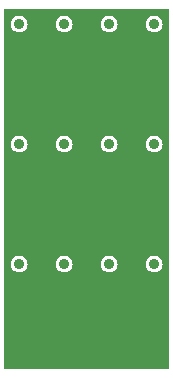
<source format=gbr>
G04 start of page 6 for group 4 idx 4 *
G04 Title: ChangeClearSize Action Test, BOT *
G04 Creator: pcb v4.1.0-g2256aec2 *
G04 CreationDate: Sun May 13 23:37:25 2018 UTC *
G04 For: parkecw1 *
G04 Format: Gerber/RS-274X *
G04 PCB-Dimensions (mil): 1400.00 1500.00 *
G04 PCB-Coordinate-Origin: lower left *
%MOIN*%
%FSLAX25Y25*%
%LNBOTTOM*%
%ADD26C,0.0200*%
%ADD25C,0.0360*%
%ADD24C,0.0001*%
G54D24*G36*
X84996Y130000D02*X90000D01*
Y10000D01*
X84996D01*
Y42192D01*
X85000Y42191D01*
X85439Y42226D01*
X85868Y42329D01*
X86275Y42497D01*
X86651Y42728D01*
X86986Y43014D01*
X87272Y43349D01*
X87503Y43725D01*
X87671Y44132D01*
X87774Y44561D01*
X87800Y45000D01*
X87774Y45439D01*
X87671Y45868D01*
X87503Y46275D01*
X87272Y46651D01*
X86986Y46986D01*
X86651Y47272D01*
X86275Y47503D01*
X85868Y47671D01*
X85439Y47774D01*
X85000Y47809D01*
X84996Y47808D01*
Y82192D01*
X85000Y82191D01*
X85439Y82226D01*
X85868Y82329D01*
X86275Y82497D01*
X86651Y82728D01*
X86986Y83014D01*
X87272Y83349D01*
X87503Y83725D01*
X87671Y84132D01*
X87774Y84561D01*
X87800Y85000D01*
X87774Y85439D01*
X87671Y85868D01*
X87503Y86275D01*
X87272Y86651D01*
X86986Y86986D01*
X86651Y87272D01*
X86275Y87503D01*
X85868Y87671D01*
X85439Y87774D01*
X85000Y87809D01*
X84996Y87808D01*
Y122192D01*
X85000Y122191D01*
X85439Y122226D01*
X85868Y122329D01*
X86275Y122497D01*
X86651Y122728D01*
X86986Y123014D01*
X87272Y123349D01*
X87503Y123725D01*
X87671Y124132D01*
X87774Y124561D01*
X87800Y125000D01*
X87774Y125439D01*
X87671Y125868D01*
X87503Y126275D01*
X87272Y126651D01*
X86986Y126986D01*
X86651Y127272D01*
X86275Y127503D01*
X85868Y127671D01*
X85439Y127774D01*
X85000Y127809D01*
X84996Y127808D01*
Y130000D01*
G37*
G36*
X69996D02*X84996D01*
Y127808D01*
X84561Y127774D01*
X84132Y127671D01*
X83725Y127503D01*
X83349Y127272D01*
X83014Y126986D01*
X82728Y126651D01*
X82497Y126275D01*
X82329Y125868D01*
X82226Y125439D01*
X82191Y125000D01*
X82226Y124561D01*
X82329Y124132D01*
X82497Y123725D01*
X82728Y123349D01*
X83014Y123014D01*
X83349Y122728D01*
X83725Y122497D01*
X84132Y122329D01*
X84561Y122226D01*
X84996Y122192D01*
Y87808D01*
X84561Y87774D01*
X84132Y87671D01*
X83725Y87503D01*
X83349Y87272D01*
X83014Y86986D01*
X82728Y86651D01*
X82497Y86275D01*
X82329Y85868D01*
X82226Y85439D01*
X82191Y85000D01*
X82226Y84561D01*
X82329Y84132D01*
X82497Y83725D01*
X82728Y83349D01*
X83014Y83014D01*
X83349Y82728D01*
X83725Y82497D01*
X84132Y82329D01*
X84561Y82226D01*
X84996Y82192D01*
Y47808D01*
X84561Y47774D01*
X84132Y47671D01*
X83725Y47503D01*
X83349Y47272D01*
X83014Y46986D01*
X82728Y46651D01*
X82497Y46275D01*
X82329Y45868D01*
X82226Y45439D01*
X82191Y45000D01*
X82226Y44561D01*
X82329Y44132D01*
X82497Y43725D01*
X82728Y43349D01*
X83014Y43014D01*
X83349Y42728D01*
X83725Y42497D01*
X84132Y42329D01*
X84561Y42226D01*
X84996Y42192D01*
Y10000D01*
X69996D01*
Y42192D01*
X70000Y42191D01*
X70439Y42226D01*
X70868Y42329D01*
X71275Y42497D01*
X71651Y42728D01*
X71986Y43014D01*
X72272Y43349D01*
X72503Y43725D01*
X72671Y44132D01*
X72774Y44561D01*
X72800Y45000D01*
X72774Y45439D01*
X72671Y45868D01*
X72503Y46275D01*
X72272Y46651D01*
X71986Y46986D01*
X71651Y47272D01*
X71275Y47503D01*
X70868Y47671D01*
X70439Y47774D01*
X70000Y47809D01*
X69996Y47808D01*
Y82192D01*
X70000Y82191D01*
X70439Y82226D01*
X70868Y82329D01*
X71275Y82497D01*
X71651Y82728D01*
X71986Y83014D01*
X72272Y83349D01*
X72503Y83725D01*
X72671Y84132D01*
X72774Y84561D01*
X72800Y85000D01*
X72774Y85439D01*
X72671Y85868D01*
X72503Y86275D01*
X72272Y86651D01*
X71986Y86986D01*
X71651Y87272D01*
X71275Y87503D01*
X70868Y87671D01*
X70439Y87774D01*
X70000Y87809D01*
X69996Y87808D01*
Y122192D01*
X70000Y122191D01*
X70439Y122226D01*
X70868Y122329D01*
X71275Y122497D01*
X71651Y122728D01*
X71986Y123014D01*
X72272Y123349D01*
X72503Y123725D01*
X72671Y124132D01*
X72774Y124561D01*
X72800Y125000D01*
X72774Y125439D01*
X72671Y125868D01*
X72503Y126275D01*
X72272Y126651D01*
X71986Y126986D01*
X71651Y127272D01*
X71275Y127503D01*
X70868Y127671D01*
X70439Y127774D01*
X70000Y127809D01*
X69996Y127808D01*
Y130000D01*
G37*
G36*
X54996D02*X69996D01*
Y127808D01*
X69561Y127774D01*
X69132Y127671D01*
X68725Y127503D01*
X68349Y127272D01*
X68014Y126986D01*
X67728Y126651D01*
X67497Y126275D01*
X67329Y125868D01*
X67226Y125439D01*
X67191Y125000D01*
X67226Y124561D01*
X67329Y124132D01*
X67497Y123725D01*
X67728Y123349D01*
X68014Y123014D01*
X68349Y122728D01*
X68725Y122497D01*
X69132Y122329D01*
X69561Y122226D01*
X69996Y122192D01*
Y87808D01*
X69561Y87774D01*
X69132Y87671D01*
X68725Y87503D01*
X68349Y87272D01*
X68014Y86986D01*
X67728Y86651D01*
X67497Y86275D01*
X67329Y85868D01*
X67226Y85439D01*
X67191Y85000D01*
X67226Y84561D01*
X67329Y84132D01*
X67497Y83725D01*
X67728Y83349D01*
X68014Y83014D01*
X68349Y82728D01*
X68725Y82497D01*
X69132Y82329D01*
X69561Y82226D01*
X69996Y82192D01*
Y47808D01*
X69561Y47774D01*
X69132Y47671D01*
X68725Y47503D01*
X68349Y47272D01*
X68014Y46986D01*
X67728Y46651D01*
X67497Y46275D01*
X67329Y45868D01*
X67226Y45439D01*
X67191Y45000D01*
X67226Y44561D01*
X67329Y44132D01*
X67497Y43725D01*
X67728Y43349D01*
X68014Y43014D01*
X68349Y42728D01*
X68725Y42497D01*
X69132Y42329D01*
X69561Y42226D01*
X69996Y42192D01*
Y10000D01*
X54996D01*
Y42192D01*
X55000Y42191D01*
X55439Y42226D01*
X55868Y42329D01*
X56275Y42497D01*
X56651Y42728D01*
X56986Y43014D01*
X57272Y43349D01*
X57503Y43725D01*
X57671Y44132D01*
X57774Y44561D01*
X57800Y45000D01*
X57774Y45439D01*
X57671Y45868D01*
X57503Y46275D01*
X57272Y46651D01*
X56986Y46986D01*
X56651Y47272D01*
X56275Y47503D01*
X55868Y47671D01*
X55439Y47774D01*
X55000Y47809D01*
X54996Y47808D01*
Y82192D01*
X55000Y82191D01*
X55439Y82226D01*
X55868Y82329D01*
X56275Y82497D01*
X56651Y82728D01*
X56986Y83014D01*
X57272Y83349D01*
X57503Y83725D01*
X57671Y84132D01*
X57774Y84561D01*
X57800Y85000D01*
X57774Y85439D01*
X57671Y85868D01*
X57503Y86275D01*
X57272Y86651D01*
X56986Y86986D01*
X56651Y87272D01*
X56275Y87503D01*
X55868Y87671D01*
X55439Y87774D01*
X55000Y87809D01*
X54996Y87808D01*
Y122192D01*
X55000Y122191D01*
X55439Y122226D01*
X55868Y122329D01*
X56275Y122497D01*
X56651Y122728D01*
X56986Y123014D01*
X57272Y123349D01*
X57503Y123725D01*
X57671Y124132D01*
X57774Y124561D01*
X57800Y125000D01*
X57774Y125439D01*
X57671Y125868D01*
X57503Y126275D01*
X57272Y126651D01*
X56986Y126986D01*
X56651Y127272D01*
X56275Y127503D01*
X55868Y127671D01*
X55439Y127774D01*
X55000Y127809D01*
X54996Y127808D01*
Y130000D01*
G37*
G36*
X39996D02*X54996D01*
Y127808D01*
X54561Y127774D01*
X54132Y127671D01*
X53725Y127503D01*
X53349Y127272D01*
X53014Y126986D01*
X52728Y126651D01*
X52497Y126275D01*
X52329Y125868D01*
X52226Y125439D01*
X52191Y125000D01*
X52226Y124561D01*
X52329Y124132D01*
X52497Y123725D01*
X52728Y123349D01*
X53014Y123014D01*
X53349Y122728D01*
X53725Y122497D01*
X54132Y122329D01*
X54561Y122226D01*
X54996Y122192D01*
Y87808D01*
X54561Y87774D01*
X54132Y87671D01*
X53725Y87503D01*
X53349Y87272D01*
X53014Y86986D01*
X52728Y86651D01*
X52497Y86275D01*
X52329Y85868D01*
X52226Y85439D01*
X52191Y85000D01*
X52226Y84561D01*
X52329Y84132D01*
X52497Y83725D01*
X52728Y83349D01*
X53014Y83014D01*
X53349Y82728D01*
X53725Y82497D01*
X54132Y82329D01*
X54561Y82226D01*
X54996Y82192D01*
Y47808D01*
X54561Y47774D01*
X54132Y47671D01*
X53725Y47503D01*
X53349Y47272D01*
X53014Y46986D01*
X52728Y46651D01*
X52497Y46275D01*
X52329Y45868D01*
X52226Y45439D01*
X52191Y45000D01*
X52226Y44561D01*
X52329Y44132D01*
X52497Y43725D01*
X52728Y43349D01*
X53014Y43014D01*
X53349Y42728D01*
X53725Y42497D01*
X54132Y42329D01*
X54561Y42226D01*
X54996Y42192D01*
Y10000D01*
X39996D01*
Y42192D01*
X40000Y42191D01*
X40439Y42226D01*
X40868Y42329D01*
X41275Y42497D01*
X41651Y42728D01*
X41986Y43014D01*
X42272Y43349D01*
X42503Y43725D01*
X42671Y44132D01*
X42774Y44561D01*
X42800Y45000D01*
X42774Y45439D01*
X42671Y45868D01*
X42503Y46275D01*
X42272Y46651D01*
X41986Y46986D01*
X41651Y47272D01*
X41275Y47503D01*
X40868Y47671D01*
X40439Y47774D01*
X40000Y47809D01*
X39996Y47808D01*
Y82192D01*
X40000Y82191D01*
X40439Y82226D01*
X40868Y82329D01*
X41275Y82497D01*
X41651Y82728D01*
X41986Y83014D01*
X42272Y83349D01*
X42503Y83725D01*
X42671Y84132D01*
X42774Y84561D01*
X42800Y85000D01*
X42774Y85439D01*
X42671Y85868D01*
X42503Y86275D01*
X42272Y86651D01*
X41986Y86986D01*
X41651Y87272D01*
X41275Y87503D01*
X40868Y87671D01*
X40439Y87774D01*
X40000Y87809D01*
X39996Y87808D01*
Y122192D01*
X40000Y122191D01*
X40439Y122226D01*
X40868Y122329D01*
X41275Y122497D01*
X41651Y122728D01*
X41986Y123014D01*
X42272Y123349D01*
X42503Y123725D01*
X42671Y124132D01*
X42774Y124561D01*
X42800Y125000D01*
X42774Y125439D01*
X42671Y125868D01*
X42503Y126275D01*
X42272Y126651D01*
X41986Y126986D01*
X41651Y127272D01*
X41275Y127503D01*
X40868Y127671D01*
X40439Y127774D01*
X40000Y127809D01*
X39996Y127808D01*
Y130000D01*
G37*
G36*
X35000D02*X39996D01*
Y127808D01*
X39561Y127774D01*
X39132Y127671D01*
X38725Y127503D01*
X38349Y127272D01*
X38014Y126986D01*
X37728Y126651D01*
X37497Y126275D01*
X37329Y125868D01*
X37226Y125439D01*
X37191Y125000D01*
X37226Y124561D01*
X37329Y124132D01*
X37497Y123725D01*
X37728Y123349D01*
X38014Y123014D01*
X38349Y122728D01*
X38725Y122497D01*
X39132Y122329D01*
X39561Y122226D01*
X39996Y122192D01*
Y87808D01*
X39561Y87774D01*
X39132Y87671D01*
X38725Y87503D01*
X38349Y87272D01*
X38014Y86986D01*
X37728Y86651D01*
X37497Y86275D01*
X37329Y85868D01*
X37226Y85439D01*
X37191Y85000D01*
X37226Y84561D01*
X37329Y84132D01*
X37497Y83725D01*
X37728Y83349D01*
X38014Y83014D01*
X38349Y82728D01*
X38725Y82497D01*
X39132Y82329D01*
X39561Y82226D01*
X39996Y82192D01*
Y47808D01*
X39561Y47774D01*
X39132Y47671D01*
X38725Y47503D01*
X38349Y47272D01*
X38014Y46986D01*
X37728Y46651D01*
X37497Y46275D01*
X37329Y45868D01*
X37226Y45439D01*
X37191Y45000D01*
X37226Y44561D01*
X37329Y44132D01*
X37497Y43725D01*
X37728Y43349D01*
X38014Y43014D01*
X38349Y42728D01*
X38725Y42497D01*
X39132Y42329D01*
X39561Y42226D01*
X39996Y42192D01*
Y10000D01*
X35000D01*
Y130000D01*
G37*
G54D25*X85000Y35000D03*
X70000D03*
X85000Y45000D03*
X40000Y35000D03*
X55000D03*
X40000Y45000D03*
X55000D03*
X70000D03*
X40000Y85000D03*
Y75000D03*
X70000Y85000D03*
Y75000D03*
X55000Y85000D03*
Y75000D03*
X85000Y85000D03*
Y75000D03*
X70000Y125000D03*
X85000D03*
X70000Y115000D03*
X40000Y125000D03*
X55000D03*
X40000Y115000D03*
X55000D03*
X85000D03*
G54D26*M02*

</source>
